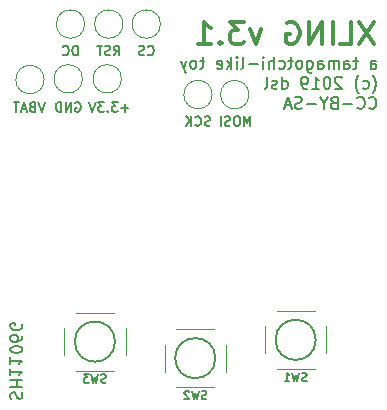
<source format=gbo>
G04 #@! TF.GenerationSoftware,KiCad,Pcbnew,5.0.2+dfsg1-1*
G04 #@! TF.CreationDate,2019-10-20T13:45:48+02:00*
G04 #@! TF.ProjectId,xling,786c696e-672e-46b6-9963-61645f706362,3.1*
G04 #@! TF.SameCoordinates,Original*
G04 #@! TF.FileFunction,Legend,Bot*
G04 #@! TF.FilePolarity,Positive*
%FSLAX46Y46*%
G04 Gerber Fmt 4.6, Leading zero omitted, Abs format (unit mm)*
G04 Created by KiCad (PCBNEW 5.0.2+dfsg1-1) date Sun 20 Oct 2019 13:45:48 CEST*
%MOMM*%
%LPD*%
G01*
G04 APERTURE LIST*
%ADD10C,0.200000*%
%ADD11C,0.350000*%
%ADD12C,0.150000*%
%ADD13C,0.120000*%
G04 APERTURE END LIST*
D10*
X70942071Y-57156309D02*
X70827785Y-57194404D01*
X70637309Y-57194404D01*
X70561119Y-57156309D01*
X70523023Y-57118214D01*
X70484928Y-57042023D01*
X70484928Y-56965833D01*
X70523023Y-56889642D01*
X70561119Y-56851547D01*
X70637309Y-56813452D01*
X70789690Y-56775357D01*
X70865880Y-56737261D01*
X70903976Y-56699166D01*
X70942071Y-56622976D01*
X70942071Y-56546785D01*
X70903976Y-56470595D01*
X70865880Y-56432500D01*
X70789690Y-56394404D01*
X70599214Y-56394404D01*
X70484928Y-56432500D01*
X69684928Y-57118214D02*
X69723023Y-57156309D01*
X69837309Y-57194404D01*
X69913500Y-57194404D01*
X70027785Y-57156309D01*
X70103976Y-57080119D01*
X70142071Y-57003928D01*
X70180166Y-56851547D01*
X70180166Y-56737261D01*
X70142071Y-56584880D01*
X70103976Y-56508690D01*
X70027785Y-56432500D01*
X69913500Y-56394404D01*
X69837309Y-56394404D01*
X69723023Y-56432500D01*
X69684928Y-56470595D01*
X69342071Y-57194404D02*
X69342071Y-56394404D01*
X68884928Y-57194404D02*
X69227785Y-56737261D01*
X68884928Y-56394404D02*
X69342071Y-56851547D01*
X74345642Y-57194404D02*
X74345642Y-56394404D01*
X74078976Y-56965833D01*
X73812309Y-56394404D01*
X73812309Y-57194404D01*
X73278976Y-56394404D02*
X73126595Y-56394404D01*
X73050404Y-56432500D01*
X72974214Y-56508690D01*
X72936119Y-56661071D01*
X72936119Y-56927738D01*
X72974214Y-57080119D01*
X73050404Y-57156309D01*
X73126595Y-57194404D01*
X73278976Y-57194404D01*
X73355166Y-57156309D01*
X73431357Y-57080119D01*
X73469452Y-56927738D01*
X73469452Y-56661071D01*
X73431357Y-56508690D01*
X73355166Y-56432500D01*
X73278976Y-56394404D01*
X72631357Y-57156309D02*
X72517071Y-57194404D01*
X72326595Y-57194404D01*
X72250404Y-57156309D01*
X72212309Y-57118214D01*
X72174214Y-57042023D01*
X72174214Y-56965833D01*
X72212309Y-56889642D01*
X72250404Y-56851547D01*
X72326595Y-56813452D01*
X72478976Y-56775357D01*
X72555166Y-56737261D01*
X72593261Y-56699166D01*
X72631357Y-56622976D01*
X72631357Y-56546785D01*
X72593261Y-56470595D01*
X72555166Y-56432500D01*
X72478976Y-56394404D01*
X72288500Y-56394404D01*
X72174214Y-56432500D01*
X71831357Y-57194404D02*
X71831357Y-56394404D01*
X59728023Y-51225404D02*
X59728023Y-50425404D01*
X59537547Y-50425404D01*
X59423261Y-50463500D01*
X59347071Y-50539690D01*
X59308976Y-50615880D01*
X59270880Y-50768261D01*
X59270880Y-50882547D01*
X59308976Y-51034928D01*
X59347071Y-51111119D01*
X59423261Y-51187309D01*
X59537547Y-51225404D01*
X59728023Y-51225404D01*
X58470880Y-51149214D02*
X58508976Y-51187309D01*
X58623261Y-51225404D01*
X58699452Y-51225404D01*
X58813738Y-51187309D01*
X58889928Y-51111119D01*
X58928023Y-51034928D01*
X58966119Y-50882547D01*
X58966119Y-50768261D01*
X58928023Y-50615880D01*
X58889928Y-50539690D01*
X58813738Y-50463500D01*
X58699452Y-50425404D01*
X58623261Y-50425404D01*
X58508976Y-50463500D01*
X58470880Y-50501595D01*
X62795095Y-51225404D02*
X63061761Y-50844452D01*
X63252238Y-51225404D02*
X63252238Y-50425404D01*
X62947476Y-50425404D01*
X62871285Y-50463500D01*
X62833190Y-50501595D01*
X62795095Y-50577785D01*
X62795095Y-50692071D01*
X62833190Y-50768261D01*
X62871285Y-50806357D01*
X62947476Y-50844452D01*
X63252238Y-50844452D01*
X62490333Y-51187309D02*
X62376047Y-51225404D01*
X62185571Y-51225404D01*
X62109380Y-51187309D01*
X62071285Y-51149214D01*
X62033190Y-51073023D01*
X62033190Y-50996833D01*
X62071285Y-50920642D01*
X62109380Y-50882547D01*
X62185571Y-50844452D01*
X62337952Y-50806357D01*
X62414142Y-50768261D01*
X62452238Y-50730166D01*
X62490333Y-50653976D01*
X62490333Y-50577785D01*
X62452238Y-50501595D01*
X62414142Y-50463500D01*
X62337952Y-50425404D01*
X62147476Y-50425404D01*
X62033190Y-50463500D01*
X61804619Y-50425404D02*
X61347476Y-50425404D01*
X61576047Y-51225404D02*
X61576047Y-50425404D01*
X65665333Y-51149214D02*
X65703428Y-51187309D01*
X65817714Y-51225404D01*
X65893904Y-51225404D01*
X66008190Y-51187309D01*
X66084380Y-51111119D01*
X66122476Y-51034928D01*
X66160571Y-50882547D01*
X66160571Y-50768261D01*
X66122476Y-50615880D01*
X66084380Y-50539690D01*
X66008190Y-50463500D01*
X65893904Y-50425404D01*
X65817714Y-50425404D01*
X65703428Y-50463500D01*
X65665333Y-50501595D01*
X65360571Y-51187309D02*
X65246285Y-51225404D01*
X65055809Y-51225404D01*
X64979619Y-51187309D01*
X64941523Y-51149214D01*
X64903428Y-51073023D01*
X64903428Y-50996833D01*
X64941523Y-50920642D01*
X64979619Y-50882547D01*
X65055809Y-50844452D01*
X65208190Y-50806357D01*
X65284380Y-50768261D01*
X65322476Y-50730166D01*
X65360571Y-50653976D01*
X65360571Y-50577785D01*
X65322476Y-50501595D01*
X65284380Y-50463500D01*
X65208190Y-50425404D01*
X65017714Y-50425404D01*
X64903428Y-50463500D01*
X56940285Y-55187904D02*
X56673619Y-55987904D01*
X56406952Y-55187904D01*
X55873619Y-55568857D02*
X55759333Y-55606952D01*
X55721238Y-55645047D01*
X55683142Y-55721238D01*
X55683142Y-55835523D01*
X55721238Y-55911714D01*
X55759333Y-55949809D01*
X55835523Y-55987904D01*
X56140285Y-55987904D01*
X56140285Y-55187904D01*
X55873619Y-55187904D01*
X55797428Y-55226000D01*
X55759333Y-55264095D01*
X55721238Y-55340285D01*
X55721238Y-55416476D01*
X55759333Y-55492666D01*
X55797428Y-55530761D01*
X55873619Y-55568857D01*
X56140285Y-55568857D01*
X55378380Y-55759333D02*
X54997428Y-55759333D01*
X55454571Y-55987904D02*
X55187904Y-55187904D01*
X54921238Y-55987904D01*
X54768857Y-55187904D02*
X54311714Y-55187904D01*
X54540285Y-55987904D02*
X54540285Y-55187904D01*
X59537523Y-55226000D02*
X59613714Y-55187904D01*
X59728000Y-55187904D01*
X59842285Y-55226000D01*
X59918476Y-55302190D01*
X59956571Y-55378380D01*
X59994666Y-55530761D01*
X59994666Y-55645047D01*
X59956571Y-55797428D01*
X59918476Y-55873619D01*
X59842285Y-55949809D01*
X59728000Y-55987904D01*
X59651809Y-55987904D01*
X59537523Y-55949809D01*
X59499428Y-55911714D01*
X59499428Y-55645047D01*
X59651809Y-55645047D01*
X59156571Y-55987904D02*
X59156571Y-55187904D01*
X58699428Y-55987904D01*
X58699428Y-55187904D01*
X58318476Y-55987904D02*
X58318476Y-55187904D01*
X58128000Y-55187904D01*
X58013714Y-55226000D01*
X57937523Y-55302190D01*
X57899428Y-55378380D01*
X57861333Y-55530761D01*
X57861333Y-55645047D01*
X57899428Y-55797428D01*
X57937523Y-55873619D01*
X58013714Y-55949809D01*
X58128000Y-55987904D01*
X58318476Y-55987904D01*
X64020500Y-55683142D02*
X63410976Y-55683142D01*
X63715738Y-55987904D02*
X63715738Y-55378380D01*
X63106214Y-55187904D02*
X62610976Y-55187904D01*
X62877642Y-55492666D01*
X62763357Y-55492666D01*
X62687166Y-55530761D01*
X62649071Y-55568857D01*
X62610976Y-55645047D01*
X62610976Y-55835523D01*
X62649071Y-55911714D01*
X62687166Y-55949809D01*
X62763357Y-55987904D01*
X62991928Y-55987904D01*
X63068119Y-55949809D01*
X63106214Y-55911714D01*
X62268119Y-55911714D02*
X62230023Y-55949809D01*
X62268119Y-55987904D01*
X62306214Y-55949809D01*
X62268119Y-55911714D01*
X62268119Y-55987904D01*
X61963357Y-55187904D02*
X61468119Y-55187904D01*
X61734785Y-55492666D01*
X61620500Y-55492666D01*
X61544309Y-55530761D01*
X61506214Y-55568857D01*
X61468119Y-55645047D01*
X61468119Y-55835523D01*
X61506214Y-55911714D01*
X61544309Y-55949809D01*
X61620500Y-55987904D01*
X61849071Y-55987904D01*
X61925261Y-55949809D01*
X61963357Y-55911714D01*
X61239547Y-55187904D02*
X60972880Y-55987904D01*
X60706214Y-55187904D01*
X54078238Y-80324523D02*
X54030619Y-80181666D01*
X54030619Y-79943571D01*
X54078238Y-79848333D01*
X54125857Y-79800714D01*
X54221095Y-79753095D01*
X54316333Y-79753095D01*
X54411571Y-79800714D01*
X54459190Y-79848333D01*
X54506809Y-79943571D01*
X54554428Y-80134047D01*
X54602047Y-80229285D01*
X54649666Y-80276904D01*
X54744904Y-80324523D01*
X54840142Y-80324523D01*
X54935380Y-80276904D01*
X54983000Y-80229285D01*
X55030619Y-80134047D01*
X55030619Y-79895952D01*
X54983000Y-79753095D01*
X54030619Y-79324523D02*
X55030619Y-79324523D01*
X54554428Y-79324523D02*
X54554428Y-78753095D01*
X54030619Y-78753095D02*
X55030619Y-78753095D01*
X54030619Y-77753095D02*
X54030619Y-78324523D01*
X54030619Y-78038809D02*
X55030619Y-78038809D01*
X54887761Y-78134047D01*
X54792523Y-78229285D01*
X54744904Y-78324523D01*
X54030619Y-76800714D02*
X54030619Y-77372142D01*
X54030619Y-77086428D02*
X55030619Y-77086428D01*
X54887761Y-77181666D01*
X54792523Y-77276904D01*
X54744904Y-77372142D01*
X55030619Y-76181666D02*
X55030619Y-76086428D01*
X54983000Y-75991190D01*
X54935380Y-75943571D01*
X54840142Y-75895952D01*
X54649666Y-75848333D01*
X54411571Y-75848333D01*
X54221095Y-75895952D01*
X54125857Y-75943571D01*
X54078238Y-75991190D01*
X54030619Y-76086428D01*
X54030619Y-76181666D01*
X54078238Y-76276904D01*
X54125857Y-76324523D01*
X54221095Y-76372142D01*
X54411571Y-76419761D01*
X54649666Y-76419761D01*
X54840142Y-76372142D01*
X54935380Y-76324523D01*
X54983000Y-76276904D01*
X55030619Y-76181666D01*
X55030619Y-74991190D02*
X55030619Y-75181666D01*
X54983000Y-75276904D01*
X54935380Y-75324523D01*
X54792523Y-75419761D01*
X54602047Y-75467380D01*
X54221095Y-75467380D01*
X54125857Y-75419761D01*
X54078238Y-75372142D01*
X54030619Y-75276904D01*
X54030619Y-75086428D01*
X54078238Y-74991190D01*
X54125857Y-74943571D01*
X54221095Y-74895952D01*
X54459190Y-74895952D01*
X54554428Y-74943571D01*
X54602047Y-74991190D01*
X54649666Y-75086428D01*
X54649666Y-75276904D01*
X54602047Y-75372142D01*
X54554428Y-75419761D01*
X54459190Y-75467380D01*
X54983000Y-73943571D02*
X55030619Y-74038809D01*
X55030619Y-74181666D01*
X54983000Y-74324523D01*
X54887761Y-74419761D01*
X54792523Y-74467380D01*
X54602047Y-74515000D01*
X54459190Y-74515000D01*
X54268714Y-74467380D01*
X54173476Y-74419761D01*
X54078238Y-74324523D01*
X54030619Y-74181666D01*
X54030619Y-74086428D01*
X54078238Y-73943571D01*
X54125857Y-73895952D01*
X54459190Y-73895952D01*
X54459190Y-74086428D01*
X84547333Y-52346380D02*
X84547333Y-51822571D01*
X84594952Y-51727333D01*
X84690190Y-51679714D01*
X84880666Y-51679714D01*
X84975904Y-51727333D01*
X84547333Y-52298761D02*
X84642571Y-52346380D01*
X84880666Y-52346380D01*
X84975904Y-52298761D01*
X85023523Y-52203523D01*
X85023523Y-52108285D01*
X84975904Y-52013047D01*
X84880666Y-51965428D01*
X84642571Y-51965428D01*
X84547333Y-51917809D01*
X83452095Y-51679714D02*
X83071142Y-51679714D01*
X83309238Y-51346380D02*
X83309238Y-52203523D01*
X83261619Y-52298761D01*
X83166380Y-52346380D01*
X83071142Y-52346380D01*
X82309238Y-52346380D02*
X82309238Y-51822571D01*
X82356857Y-51727333D01*
X82452095Y-51679714D01*
X82642571Y-51679714D01*
X82737809Y-51727333D01*
X82309238Y-52298761D02*
X82404476Y-52346380D01*
X82642571Y-52346380D01*
X82737809Y-52298761D01*
X82785428Y-52203523D01*
X82785428Y-52108285D01*
X82737809Y-52013047D01*
X82642571Y-51965428D01*
X82404476Y-51965428D01*
X82309238Y-51917809D01*
X81833047Y-52346380D02*
X81833047Y-51679714D01*
X81833047Y-51774952D02*
X81785428Y-51727333D01*
X81690190Y-51679714D01*
X81547333Y-51679714D01*
X81452095Y-51727333D01*
X81404476Y-51822571D01*
X81404476Y-52346380D01*
X81404476Y-51822571D02*
X81356857Y-51727333D01*
X81261619Y-51679714D01*
X81118761Y-51679714D01*
X81023523Y-51727333D01*
X80975904Y-51822571D01*
X80975904Y-52346380D01*
X80071142Y-52346380D02*
X80071142Y-51822571D01*
X80118761Y-51727333D01*
X80214000Y-51679714D01*
X80404476Y-51679714D01*
X80499714Y-51727333D01*
X80071142Y-52298761D02*
X80166380Y-52346380D01*
X80404476Y-52346380D01*
X80499714Y-52298761D01*
X80547333Y-52203523D01*
X80547333Y-52108285D01*
X80499714Y-52013047D01*
X80404476Y-51965428D01*
X80166380Y-51965428D01*
X80071142Y-51917809D01*
X79166380Y-51679714D02*
X79166380Y-52489238D01*
X79214000Y-52584476D01*
X79261619Y-52632095D01*
X79356857Y-52679714D01*
X79499714Y-52679714D01*
X79594952Y-52632095D01*
X79166380Y-52298761D02*
X79261619Y-52346380D01*
X79452095Y-52346380D01*
X79547333Y-52298761D01*
X79594952Y-52251142D01*
X79642571Y-52155904D01*
X79642571Y-51870190D01*
X79594952Y-51774952D01*
X79547333Y-51727333D01*
X79452095Y-51679714D01*
X79261619Y-51679714D01*
X79166380Y-51727333D01*
X78547333Y-52346380D02*
X78642571Y-52298761D01*
X78690190Y-52251142D01*
X78737809Y-52155904D01*
X78737809Y-51870190D01*
X78690190Y-51774952D01*
X78642571Y-51727333D01*
X78547333Y-51679714D01*
X78404476Y-51679714D01*
X78309238Y-51727333D01*
X78261619Y-51774952D01*
X78214000Y-51870190D01*
X78214000Y-52155904D01*
X78261619Y-52251142D01*
X78309238Y-52298761D01*
X78404476Y-52346380D01*
X78547333Y-52346380D01*
X77928285Y-51679714D02*
X77547333Y-51679714D01*
X77785428Y-51346380D02*
X77785428Y-52203523D01*
X77737809Y-52298761D01*
X77642571Y-52346380D01*
X77547333Y-52346380D01*
X76785428Y-52298761D02*
X76880666Y-52346380D01*
X77071142Y-52346380D01*
X77166380Y-52298761D01*
X77214000Y-52251142D01*
X77261619Y-52155904D01*
X77261619Y-51870190D01*
X77214000Y-51774952D01*
X77166380Y-51727333D01*
X77071142Y-51679714D01*
X76880666Y-51679714D01*
X76785428Y-51727333D01*
X76356857Y-52346380D02*
X76356857Y-51346380D01*
X75928285Y-52346380D02*
X75928285Y-51822571D01*
X75975904Y-51727333D01*
X76071142Y-51679714D01*
X76214000Y-51679714D01*
X76309238Y-51727333D01*
X76356857Y-51774952D01*
X75452095Y-52346380D02*
X75452095Y-51679714D01*
X75452095Y-51346380D02*
X75499714Y-51394000D01*
X75452095Y-51441619D01*
X75404476Y-51394000D01*
X75452095Y-51346380D01*
X75452095Y-51441619D01*
X74975904Y-51965428D02*
X74214000Y-51965428D01*
X73594952Y-52346380D02*
X73690190Y-52298761D01*
X73737809Y-52203523D01*
X73737809Y-51346380D01*
X73214000Y-52346380D02*
X73214000Y-51679714D01*
X73214000Y-51346380D02*
X73261619Y-51394000D01*
X73214000Y-51441619D01*
X73166380Y-51394000D01*
X73214000Y-51346380D01*
X73214000Y-51441619D01*
X72737809Y-52346380D02*
X72737809Y-51346380D01*
X72642571Y-51965428D02*
X72356857Y-52346380D01*
X72356857Y-51679714D02*
X72737809Y-52060666D01*
X71547333Y-52298761D02*
X71642571Y-52346380D01*
X71833047Y-52346380D01*
X71928285Y-52298761D01*
X71975904Y-52203523D01*
X71975904Y-51822571D01*
X71928285Y-51727333D01*
X71833047Y-51679714D01*
X71642571Y-51679714D01*
X71547333Y-51727333D01*
X71499714Y-51822571D01*
X71499714Y-51917809D01*
X71975904Y-52013047D01*
X70452095Y-51679714D02*
X70071142Y-51679714D01*
X70309238Y-51346380D02*
X70309238Y-52203523D01*
X70261619Y-52298761D01*
X70166380Y-52346380D01*
X70071142Y-52346380D01*
X69594952Y-52346380D02*
X69690190Y-52298761D01*
X69737809Y-52251142D01*
X69785428Y-52155904D01*
X69785428Y-51870190D01*
X69737809Y-51774952D01*
X69690190Y-51727333D01*
X69594952Y-51679714D01*
X69452095Y-51679714D01*
X69356857Y-51727333D01*
X69309238Y-51774952D01*
X69261619Y-51870190D01*
X69261619Y-52155904D01*
X69309238Y-52251142D01*
X69356857Y-52298761D01*
X69452095Y-52346380D01*
X69594952Y-52346380D01*
X68928285Y-51679714D02*
X68690190Y-52346380D01*
X68452095Y-51679714D02*
X68690190Y-52346380D01*
X68785428Y-52584476D01*
X68833047Y-52632095D01*
X68928285Y-52679714D01*
X84690190Y-54427333D02*
X84737809Y-54379714D01*
X84833047Y-54236857D01*
X84880666Y-54141619D01*
X84928285Y-53998761D01*
X84975904Y-53760666D01*
X84975904Y-53570190D01*
X84928285Y-53332095D01*
X84880666Y-53189238D01*
X84833047Y-53094000D01*
X84737809Y-52951142D01*
X84690190Y-52903523D01*
X83880666Y-53998761D02*
X83975904Y-54046380D01*
X84166380Y-54046380D01*
X84261619Y-53998761D01*
X84309238Y-53951142D01*
X84356857Y-53855904D01*
X84356857Y-53570190D01*
X84309238Y-53474952D01*
X84261619Y-53427333D01*
X84166380Y-53379714D01*
X83975904Y-53379714D01*
X83880666Y-53427333D01*
X83547333Y-54427333D02*
X83499714Y-54379714D01*
X83404476Y-54236857D01*
X83356857Y-54141619D01*
X83309238Y-53998761D01*
X83261619Y-53760666D01*
X83261619Y-53570190D01*
X83309238Y-53332095D01*
X83356857Y-53189238D01*
X83404476Y-53094000D01*
X83499714Y-52951142D01*
X83547333Y-52903523D01*
X82071142Y-53141619D02*
X82023523Y-53094000D01*
X81928285Y-53046380D01*
X81690190Y-53046380D01*
X81594952Y-53094000D01*
X81547333Y-53141619D01*
X81499714Y-53236857D01*
X81499714Y-53332095D01*
X81547333Y-53474952D01*
X82118761Y-54046380D01*
X81499714Y-54046380D01*
X80880666Y-53046380D02*
X80785428Y-53046380D01*
X80690190Y-53094000D01*
X80642571Y-53141619D01*
X80594952Y-53236857D01*
X80547333Y-53427333D01*
X80547333Y-53665428D01*
X80594952Y-53855904D01*
X80642571Y-53951142D01*
X80690190Y-53998761D01*
X80785428Y-54046380D01*
X80880666Y-54046380D01*
X80975904Y-53998761D01*
X81023523Y-53951142D01*
X81071142Y-53855904D01*
X81118761Y-53665428D01*
X81118761Y-53427333D01*
X81071142Y-53236857D01*
X81023523Y-53141619D01*
X80975904Y-53094000D01*
X80880666Y-53046380D01*
X79594952Y-54046380D02*
X80166380Y-54046380D01*
X79880666Y-54046380D02*
X79880666Y-53046380D01*
X79975904Y-53189238D01*
X80071142Y-53284476D01*
X80166380Y-53332095D01*
X79118761Y-54046380D02*
X78928285Y-54046380D01*
X78833047Y-53998761D01*
X78785428Y-53951142D01*
X78690190Y-53808285D01*
X78642571Y-53617809D01*
X78642571Y-53236857D01*
X78690190Y-53141619D01*
X78737809Y-53094000D01*
X78833047Y-53046380D01*
X79023523Y-53046380D01*
X79118761Y-53094000D01*
X79166380Y-53141619D01*
X79214000Y-53236857D01*
X79214000Y-53474952D01*
X79166380Y-53570190D01*
X79118761Y-53617809D01*
X79023523Y-53665428D01*
X78833047Y-53665428D01*
X78737809Y-53617809D01*
X78690190Y-53570190D01*
X78642571Y-53474952D01*
X77023523Y-54046380D02*
X77023523Y-53046380D01*
X77023523Y-53998761D02*
X77118761Y-54046380D01*
X77309238Y-54046380D01*
X77404476Y-53998761D01*
X77452095Y-53951142D01*
X77499714Y-53855904D01*
X77499714Y-53570190D01*
X77452095Y-53474952D01*
X77404476Y-53427333D01*
X77309238Y-53379714D01*
X77118761Y-53379714D01*
X77023523Y-53427333D01*
X76594952Y-53998761D02*
X76499714Y-54046380D01*
X76309238Y-54046380D01*
X76214000Y-53998761D01*
X76166380Y-53903523D01*
X76166380Y-53855904D01*
X76214000Y-53760666D01*
X76309238Y-53713047D01*
X76452095Y-53713047D01*
X76547333Y-53665428D01*
X76594952Y-53570190D01*
X76594952Y-53522571D01*
X76547333Y-53427333D01*
X76452095Y-53379714D01*
X76309238Y-53379714D01*
X76214000Y-53427333D01*
X75594952Y-54046380D02*
X75690190Y-53998761D01*
X75737809Y-53903523D01*
X75737809Y-53046380D01*
X84404476Y-55651142D02*
X84452095Y-55698761D01*
X84594952Y-55746380D01*
X84690190Y-55746380D01*
X84833047Y-55698761D01*
X84928285Y-55603523D01*
X84975904Y-55508285D01*
X85023523Y-55317809D01*
X85023523Y-55174952D01*
X84975904Y-54984476D01*
X84928285Y-54889238D01*
X84833047Y-54794000D01*
X84690190Y-54746380D01*
X84594952Y-54746380D01*
X84452095Y-54794000D01*
X84404476Y-54841619D01*
X83404476Y-55651142D02*
X83452095Y-55698761D01*
X83594952Y-55746380D01*
X83690190Y-55746380D01*
X83833047Y-55698761D01*
X83928285Y-55603523D01*
X83975904Y-55508285D01*
X84023523Y-55317809D01*
X84023523Y-55174952D01*
X83975904Y-54984476D01*
X83928285Y-54889238D01*
X83833047Y-54794000D01*
X83690190Y-54746380D01*
X83594952Y-54746380D01*
X83452095Y-54794000D01*
X83404476Y-54841619D01*
X82975904Y-55365428D02*
X82214000Y-55365428D01*
X81404476Y-55222571D02*
X81261619Y-55270190D01*
X81214000Y-55317809D01*
X81166380Y-55413047D01*
X81166380Y-55555904D01*
X81214000Y-55651142D01*
X81261619Y-55698761D01*
X81356857Y-55746380D01*
X81737809Y-55746380D01*
X81737809Y-54746380D01*
X81404476Y-54746380D01*
X81309238Y-54794000D01*
X81261619Y-54841619D01*
X81214000Y-54936857D01*
X81214000Y-55032095D01*
X81261619Y-55127333D01*
X81309238Y-55174952D01*
X81404476Y-55222571D01*
X81737809Y-55222571D01*
X80547333Y-55270190D02*
X80547333Y-55746380D01*
X80880666Y-54746380D02*
X80547333Y-55270190D01*
X80214000Y-54746380D01*
X79880666Y-55365428D02*
X79118761Y-55365428D01*
X78690190Y-55698761D02*
X78547333Y-55746380D01*
X78309238Y-55746380D01*
X78214000Y-55698761D01*
X78166380Y-55651142D01*
X78118761Y-55555904D01*
X78118761Y-55460666D01*
X78166380Y-55365428D01*
X78214000Y-55317809D01*
X78309238Y-55270190D01*
X78499714Y-55222571D01*
X78594952Y-55174952D01*
X78642571Y-55127333D01*
X78690190Y-55032095D01*
X78690190Y-54936857D01*
X78642571Y-54841619D01*
X78594952Y-54794000D01*
X78499714Y-54746380D01*
X78261619Y-54746380D01*
X78118761Y-54794000D01*
X77737809Y-55460666D02*
X77261619Y-55460666D01*
X77833047Y-55746380D02*
X77499714Y-54746380D01*
X77166380Y-55746380D01*
D11*
X84845071Y-48362523D02*
X83578404Y-50262523D01*
X83578404Y-48362523D02*
X84845071Y-50262523D01*
X81949833Y-50262523D02*
X82854595Y-50262523D01*
X82854595Y-48362523D01*
X81316500Y-50262523D02*
X81316500Y-48362523D01*
X80411738Y-50262523D02*
X80411738Y-48362523D01*
X79326023Y-50262523D01*
X79326023Y-48362523D01*
X77426023Y-48453000D02*
X77606976Y-48362523D01*
X77878404Y-48362523D01*
X78149833Y-48453000D01*
X78330785Y-48633952D01*
X78421261Y-48814904D01*
X78511738Y-49176809D01*
X78511738Y-49448238D01*
X78421261Y-49810142D01*
X78330785Y-49991095D01*
X78149833Y-50172047D01*
X77878404Y-50262523D01*
X77697452Y-50262523D01*
X77426023Y-50172047D01*
X77335547Y-50081571D01*
X77335547Y-49448238D01*
X77697452Y-49448238D01*
X75254595Y-48995857D02*
X74802214Y-50262523D01*
X74349833Y-48995857D01*
X73806976Y-48362523D02*
X72630785Y-48362523D01*
X73264119Y-49086333D01*
X72992690Y-49086333D01*
X72811738Y-49176809D01*
X72721261Y-49267285D01*
X72630785Y-49448238D01*
X72630785Y-49900619D01*
X72721261Y-50081571D01*
X72811738Y-50172047D01*
X72992690Y-50262523D01*
X73535547Y-50262523D01*
X73716500Y-50172047D01*
X73806976Y-50081571D01*
X71816500Y-50081571D02*
X71726023Y-50172047D01*
X71816500Y-50262523D01*
X71906976Y-50172047D01*
X71816500Y-50081571D01*
X71816500Y-50262523D01*
X69916500Y-50262523D02*
X71002214Y-50262523D01*
X70459357Y-50262523D02*
X70459357Y-48362523D01*
X70640309Y-48633952D01*
X70821261Y-48814904D01*
X71002214Y-48905380D01*
D12*
G04 #@! TO.C,SW1*
X79882000Y-75310000D02*
G75*
G03X79882000Y-75310000I-1700000J0D01*
G01*
D13*
X76582000Y-72860000D02*
X79782000Y-72860000D01*
X76582000Y-77760000D02*
X79782000Y-77760000D01*
X80782000Y-76460000D02*
X80782000Y-74160000D01*
X75582000Y-76460000D02*
X75582000Y-74160000D01*
D12*
G04 #@! TO.C,SW2*
X71382000Y-76860000D02*
G75*
G03X71382000Y-76860000I-1700000J0D01*
G01*
D13*
X68082000Y-74410000D02*
X71282000Y-74410000D01*
X68082000Y-79310000D02*
X71282000Y-79310000D01*
X72282000Y-78010000D02*
X72282000Y-75710000D01*
X67082000Y-78010000D02*
X67082000Y-75710000D01*
D12*
G04 #@! TO.C,SW3*
X62882000Y-75460000D02*
G75*
G03X62882000Y-75460000I-1700000J0D01*
G01*
D13*
X59582000Y-73010000D02*
X62782000Y-73010000D01*
X59582000Y-77910000D02*
X62782000Y-77910000D01*
X63782000Y-76610000D02*
X63782000Y-74310000D01*
X58582000Y-76610000D02*
X58582000Y-74310000D01*
G04 #@! TO.C,TP1*
X63430000Y-53213000D02*
G75*
G03X63430000Y-53213000I-1200000J0D01*
G01*
G04 #@! TO.C,TP2*
X56889500Y-53276500D02*
G75*
G03X56889500Y-53276500I-1200000J0D01*
G01*
G04 #@! TO.C,TP5*
X60128000Y-53213000D02*
G75*
G03X60128000Y-53213000I-1200000J0D01*
G01*
G04 #@! TO.C,TP3*
X71113500Y-54546500D02*
G75*
G03X71113500Y-54546500I-1200000J0D01*
G01*
G04 #@! TO.C,TP4*
X74225000Y-54546500D02*
G75*
G03X74225000Y-54546500I-1200000J0D01*
G01*
G04 #@! TO.C,TP6*
X66732000Y-48577500D02*
G75*
G03X66732000Y-48577500I-1200000J0D01*
G01*
G04 #@! TO.C,TP7*
X60318500Y-48577500D02*
G75*
G03X60318500Y-48577500I-1200000J0D01*
G01*
G04 #@! TO.C,TP8*
X63557000Y-48577500D02*
G75*
G03X63557000Y-48577500I-1200000J0D01*
G01*
G04 #@! TO.C,SW1*
D12*
X79115333Y-78769333D02*
X79015333Y-78802666D01*
X78848666Y-78802666D01*
X78782000Y-78769333D01*
X78748666Y-78736000D01*
X78715333Y-78669333D01*
X78715333Y-78602666D01*
X78748666Y-78536000D01*
X78782000Y-78502666D01*
X78848666Y-78469333D01*
X78982000Y-78436000D01*
X79048666Y-78402666D01*
X79082000Y-78369333D01*
X79115333Y-78302666D01*
X79115333Y-78236000D01*
X79082000Y-78169333D01*
X79048666Y-78136000D01*
X78982000Y-78102666D01*
X78815333Y-78102666D01*
X78715333Y-78136000D01*
X78482000Y-78102666D02*
X78315333Y-78802666D01*
X78182000Y-78302666D01*
X78048666Y-78802666D01*
X77882000Y-78102666D01*
X77248666Y-78802666D02*
X77648666Y-78802666D01*
X77448666Y-78802666D02*
X77448666Y-78102666D01*
X77515333Y-78202666D01*
X77582000Y-78269333D01*
X77648666Y-78302666D01*
G04 #@! TO.C,SW2*
X70615333Y-80293333D02*
X70515333Y-80326666D01*
X70348666Y-80326666D01*
X70282000Y-80293333D01*
X70248666Y-80260000D01*
X70215333Y-80193333D01*
X70215333Y-80126666D01*
X70248666Y-80060000D01*
X70282000Y-80026666D01*
X70348666Y-79993333D01*
X70482000Y-79960000D01*
X70548666Y-79926666D01*
X70582000Y-79893333D01*
X70615333Y-79826666D01*
X70615333Y-79760000D01*
X70582000Y-79693333D01*
X70548666Y-79660000D01*
X70482000Y-79626666D01*
X70315333Y-79626666D01*
X70215333Y-79660000D01*
X69982000Y-79626666D02*
X69815333Y-80326666D01*
X69682000Y-79826666D01*
X69548666Y-80326666D01*
X69382000Y-79626666D01*
X69148666Y-79693333D02*
X69115333Y-79660000D01*
X69048666Y-79626666D01*
X68882000Y-79626666D01*
X68815333Y-79660000D01*
X68782000Y-79693333D01*
X68748666Y-79760000D01*
X68748666Y-79826666D01*
X68782000Y-79926666D01*
X69182000Y-80326666D01*
X68748666Y-80326666D01*
G04 #@! TO.C,SW3*
X62115333Y-78896333D02*
X62015333Y-78929666D01*
X61848666Y-78929666D01*
X61782000Y-78896333D01*
X61748666Y-78863000D01*
X61715333Y-78796333D01*
X61715333Y-78729666D01*
X61748666Y-78663000D01*
X61782000Y-78629666D01*
X61848666Y-78596333D01*
X61982000Y-78563000D01*
X62048666Y-78529666D01*
X62082000Y-78496333D01*
X62115333Y-78429666D01*
X62115333Y-78363000D01*
X62082000Y-78296333D01*
X62048666Y-78263000D01*
X61982000Y-78229666D01*
X61815333Y-78229666D01*
X61715333Y-78263000D01*
X61482000Y-78229666D02*
X61315333Y-78929666D01*
X61182000Y-78429666D01*
X61048666Y-78929666D01*
X60882000Y-78229666D01*
X60682000Y-78229666D02*
X60248666Y-78229666D01*
X60482000Y-78496333D01*
X60382000Y-78496333D01*
X60315333Y-78529666D01*
X60282000Y-78563000D01*
X60248666Y-78629666D01*
X60248666Y-78796333D01*
X60282000Y-78863000D01*
X60315333Y-78896333D01*
X60382000Y-78929666D01*
X60582000Y-78929666D01*
X60648666Y-78896333D01*
X60682000Y-78863000D01*
G04 #@! TD*
M02*

</source>
